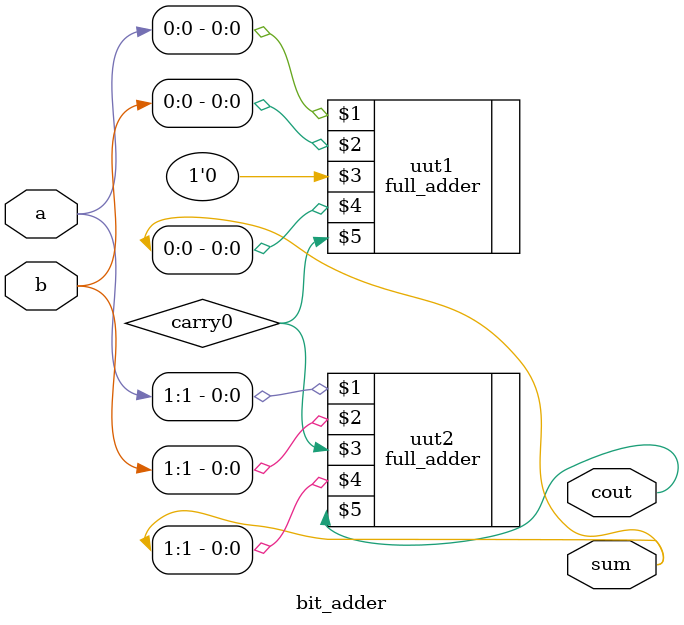
<source format=v>
`timescale 1ns / 1ps
module bit_adder(a,b,cout,sum);
	input [1:0]a;
	input[1:0]b;
	output [1:0]sum;
	output	cout;

	wire [1:0]sum;
	wire cout;
	wire carry0;

	full_adder uut1 (a[0],b[0],1'b0,sum[0],carry0);
	full_adder uut2 (a[1],b[1],carry0,sum[1],cout);


endmodule

</source>
